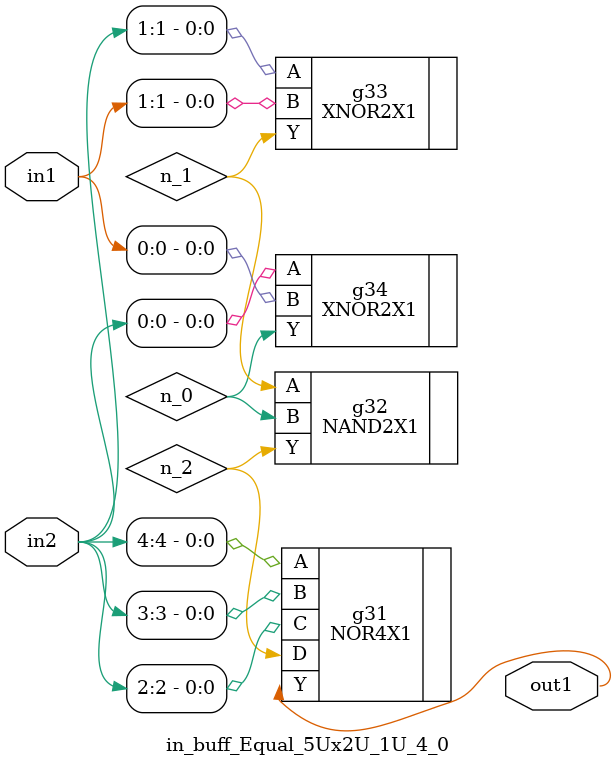
<source format=v>
`timescale 1ps / 1ps


module in_buff_Equal_5Ux2U_1U_4_0(in2, in1, out1);
  input [4:0] in2;
  input [1:0] in1;
  output out1;
  wire [4:0] in2;
  wire [1:0] in1;
  wire out1;
  wire n_0, n_1, n_2;
  NOR4X1 g31(.A (in2[4]), .B (in2[3]), .C (in2[2]), .D (n_2), .Y
       (out1));
  NAND2X1 g32(.A (n_1), .B (n_0), .Y (n_2));
  XNOR2X1 g33(.A (in2[1]), .B (in1[1]), .Y (n_1));
  XNOR2X1 g34(.A (in2[0]), .B (in1[0]), .Y (n_0));
endmodule



</source>
